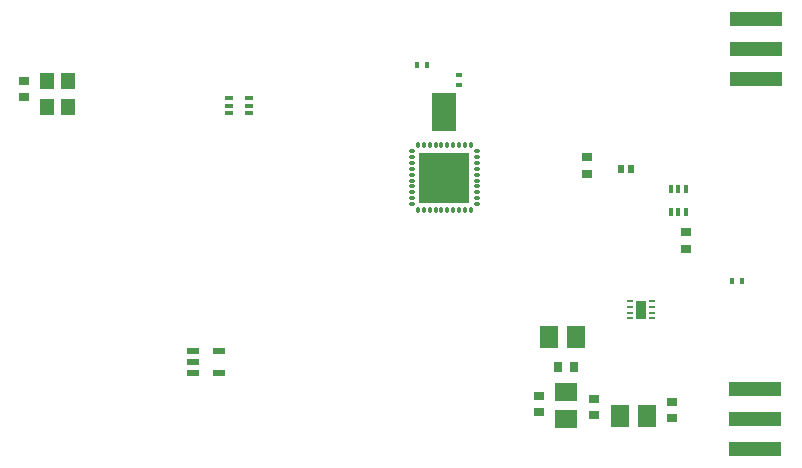
<source format=gbr>
%TF.GenerationSoftware,KiCad,Pcbnew,8.0.6*%
%TF.CreationDate,2024-11-23T19:50:46+06:00*%
%TF.ProjectId,sicomm_slaveboard_BK4819_v2,7369636f-6d6d-45f7-936c-617665626f61,rev?*%
%TF.SameCoordinates,Original*%
%TF.FileFunction,Paste,Top*%
%TF.FilePolarity,Positive*%
%FSLAX46Y46*%
G04 Gerber Fmt 4.6, Leading zero omitted, Abs format (unit mm)*
G04 Created by KiCad (PCBNEW 8.0.6) date 2024-11-23 19:50:46*
%MOMM*%
%LPD*%
G01*
G04 APERTURE LIST*
%ADD10R,4.200000X4.200000*%
%ADD11R,2.000000X3.200000*%
%ADD12R,0.350000X0.780000*%
%ADD13R,4.500000X1.300000*%
%ADD14R,0.400000X0.550000*%
%ADD15R,1.200000X1.400000*%
%ADD16R,0.900000X0.800000*%
%ADD17R,0.780000X0.350000*%
%ADD18R,0.800000X0.900000*%
%ADD19R,0.864000X0.800000*%
%ADD20R,1.836000X1.485000*%
%ADD21R,1.485000X1.836000*%
%ADD22R,0.550000X0.400000*%
%ADD23R,0.500000X0.648000*%
%ADD24R,1.000000X0.600000*%
%ADD25O,0.300000X0.600000*%
%ADD26O,0.600000X0.300000*%
%ADD27R,0.505000X0.280000*%
%ADD28R,0.900000X1.650000*%
G04 APERTURE END LIST*
D10*
%TO.C,Pad_gge255906*%
X33147000Y-10376900D03*
%TD*%
D11*
%TO.C,Pad_gge257249*%
X33147000Y-4788900D03*
%TD*%
D12*
%TO.C,U4*%
X52309000Y-13309100D03*
X52959000Y-13309100D03*
X53609000Y-13309100D03*
X53609000Y-11328900D03*
X52959000Y-11328900D03*
X52309000Y-11328900D03*
%TD*%
D13*
%TO.C,LNA_IN*%
X59563000Y3058000D03*
X59563000Y-2042000D03*
X59563000Y508100D03*
%TD*%
D14*
%TO.C,NC*%
X57462000Y-19177100D03*
X58361900Y-19177100D03*
%TD*%
D15*
%TO.C,X2*%
X-494000Y-2164800D03*
X-494000Y-4365000D03*
X1256000Y-4365000D03*
X1256000Y-2164800D03*
%TD*%
D16*
%TO.C,C225*%
X-2413000Y-3583900D03*
X-2413000Y-2183900D03*
%TD*%
D17*
%TO.C,PE4259*%
X16588000Y-4930900D03*
X16588000Y-4280900D03*
X16588000Y-3630900D03*
X14908000Y-3630900D03*
X14908000Y-4280900D03*
X14908000Y-4930900D03*
%TD*%
D13*
%TO.C,ANT*%
X59436000Y-28274000D03*
X59436000Y-33373800D03*
X59436000Y-30823900D03*
%TD*%
D16*
%TO.C,C28*%
X45847000Y-30507900D03*
X45847000Y-29107900D03*
%TD*%
D18*
%TO.C,C31*%
X42734000Y-26378900D03*
X44134000Y-26378900D03*
%TD*%
D16*
%TO.C,C33*%
X41148000Y-28853900D03*
X41148000Y-30253900D03*
%TD*%
%TO.C,C41*%
X52451000Y-29361900D03*
X52451000Y-30761900D03*
%TD*%
%TO.C,C61*%
X45212000Y-8660900D03*
X45212000Y-10060900D03*
%TD*%
D19*
%TO.C,L1*%
X53594000Y-15010900D03*
X53594000Y-16410900D03*
%TD*%
D20*
%TO.C,L3*%
X43434000Y-28538400D03*
X43434000Y-30823400D03*
%TD*%
D21*
%TO.C,L4*%
X48006500Y-30569900D03*
X50291500Y-30569900D03*
%TD*%
%TO.C,L5*%
X44322500Y-23838900D03*
X42037500Y-23838900D03*
%TD*%
D14*
%TO.C,L7*%
X31692100Y-851900D03*
X30791900Y-851900D03*
%TD*%
D22*
%TO.C,L8*%
X34417000Y-2572000D03*
X34417000Y-1671800D03*
%TD*%
D23*
%TO.C,L14*%
X48947800Y-9614900D03*
X48080200Y-9614900D03*
%TD*%
D24*
%TO.C,U19*%
X11853900Y-25997900D03*
X11853900Y-26947900D03*
X11853900Y-25047900D03*
X14054100Y-26947900D03*
X14054100Y-25047900D03*
%TD*%
D25*
%TO.C,U23*%
X35395200Y-13128700D03*
X34895300Y-13128700D03*
X34395200Y-13128700D03*
X33895300Y-13128700D03*
X33395200Y-13128700D03*
X32895300Y-13128700D03*
X32395200Y-13128700D03*
X31895300Y-13128700D03*
X31395200Y-13128700D03*
X30895300Y-13128700D03*
D26*
X30395200Y-12628600D03*
X30395200Y-12128700D03*
X30395200Y-11628600D03*
X30395200Y-11128700D03*
X30395200Y-10628600D03*
X30395200Y-10128700D03*
X30395200Y-9628600D03*
X30395200Y-9128700D03*
X30395200Y-8628600D03*
X30395200Y-8128700D03*
D25*
X30895300Y-7628600D03*
X31395200Y-7628600D03*
X31895300Y-7628600D03*
X32395200Y-7628600D03*
X32895300Y-7628600D03*
X33395200Y-7628600D03*
X33895300Y-7628600D03*
X34395200Y-7628600D03*
X34895300Y-7628600D03*
X35395200Y-7628600D03*
D26*
X35895300Y-8128700D03*
X35895300Y-8628600D03*
X35895300Y-9128700D03*
X35895300Y-9628600D03*
X35895300Y-10128700D03*
X35895300Y-10628600D03*
X35895300Y-11128700D03*
X35895300Y-11628600D03*
X35895300Y-12128700D03*
X35881300Y-12621700D03*
%TD*%
D27*
%TO.C,U44*%
X50711600Y-22303000D03*
X50711600Y-21802800D03*
X50711600Y-21303000D03*
X50711600Y-20802800D03*
X48856400Y-20802800D03*
X48856400Y-21303000D03*
X48856400Y-21802800D03*
X48856400Y-22303000D03*
D28*
X49784000Y-21552900D03*
%TD*%
M02*

</source>
